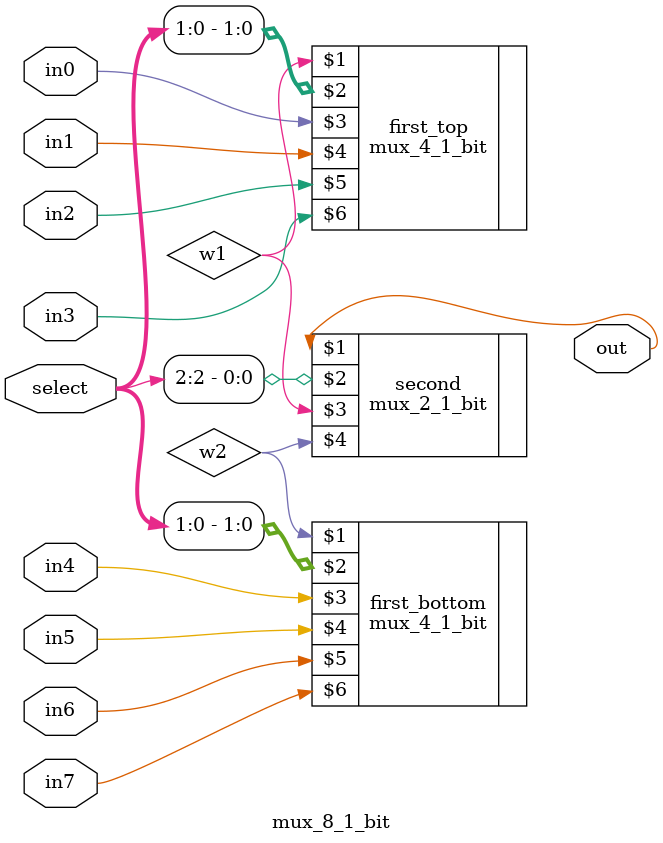
<source format=v>
module mux_8_1_bit(out, select, in0, in1, in2, in3, in4, in5, in6, in7);
	input [2:0] select;
	input in0, in1, in2, in3, in4, in5, in6, in7;
	output out;
	wire w1, w2;
	mux_4_1_bit first_top(w1, select[1:0], in0, in1, in2, in3);
	mux_4_1_bit first_bottom(w2, select[1:0], in4, in5, in6, in7);
	mux_2_1_bit second(out, select[2], w1, w2);
endmodule
</source>
